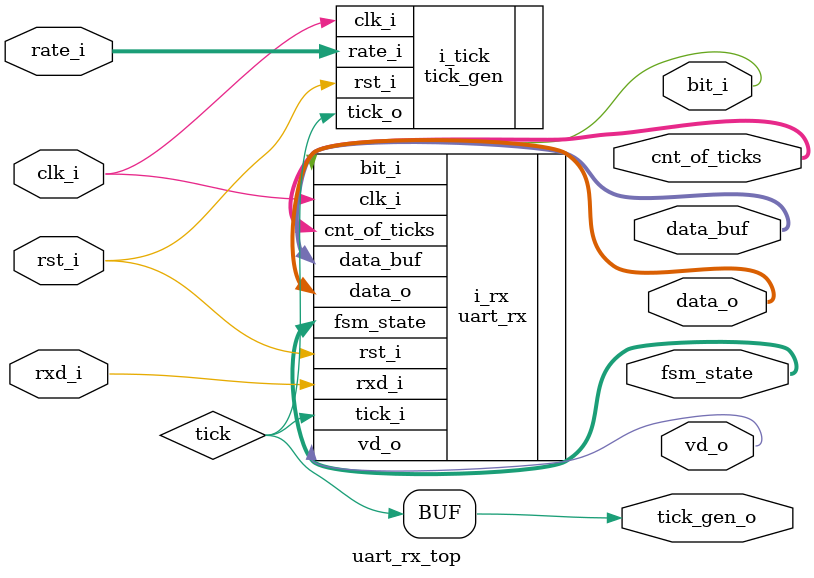
<source format=v>
module uart_rx_top
#(
  parameter FREQ = 100000000,
  parameter BAUDRATE = 921600
)
(
input         clk_i,
input         rst_i,
input [1 :0]  rate_i,
input         rxd_i,
output        vd_o,
output [7 :0] data_o,
output        tick_gen_o,
output [3 :0] cnt_of_ticks,
output [1 :0] fsm_state,
output [9 :0] data_buf,
output        bit_i
);
    
wire tick;
assign tick_gen_o = tick;
    
tick_gen 
#(
    .FREQ     (FREQ    ),
    .BAUDRATE (BAUDRATE)
) 
i_tick
(
    .rst_i  (rst_i ),
    .clk_i  (clk_i ),
    .rate_i (rate_i),
    .tick_o (tick  ) 
);
    
uart_rx 
i_rx
(
    .rst_i        (rst_i ),
    .clk_i        (clk_i ),
    .tick_i       (tick  ),
    .rxd_i        (rxd_i ),
    .vd_o         (vd_o  ),
    .data_o       (data_o),
    .cnt_of_ticks (cnt_of_ticks),
    .fsm_state    (fsm_state),
    .data_buf     (data_buf),
    .bit_i        (bit_i)
    );
       
endmodule 
</source>
